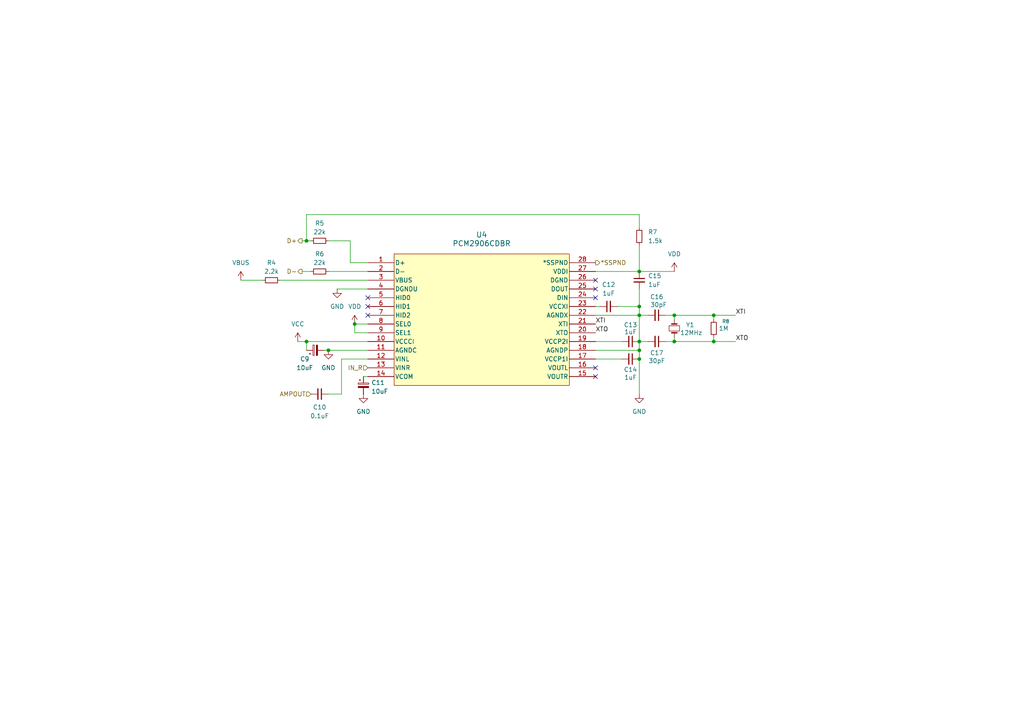
<source format=kicad_sch>
(kicad_sch (version 20250114) (generator "eeschema") (generator_version "9.0")
  (paper "A4")
  (title_block (title "Codec") (date "2025-05-28") (rev "0.3") (company "Maksym Rybalskyi <maxdespairon@gmail.com>"))
  (lib_symbols
    (symbol "Device:C_Polarized_Small" (pin_numbers (hide yes)) (pin_names (offset 0.254) (hide yes))
      (property "Reference" "C" (at 0.254 1.778 0))
      (property "Value" "C_Polarized_Small" (at 0.254 -2.032 0))
      (symbol "C_Polarized_Small_0_1"
        (rectangle (start -1.524 0.6858) (end 1.524 0.3048))
        (rectangle (start -1.524 -0.3048) (end 1.524 -0.6858) (fill (type outline)))
        (polyline (pts (xy -1.27 1.524) (xy -0.762 1.524)))
        (polyline (pts (xy -1.016 1.27) (xy -1.016 1.778)))
      )
      (symbol "C_Polarized_Small_1_1"
        (pin passive line (at 0 2.54 270) (length 1.8542) (name "~") (number "1"))
        (pin passive line (at 0 -2.54 90) (length 1.8542) (name "~") (number "2"))
      )
    )
    (symbol "Device:C_Small" (pin_numbers (hide yes)) (pin_names (offset 0.254) (hide yes))
      (property "Reference" "C" (at 0.254 1.778 0))
      (property "Value" "C_Small" (at 0.254 -2.032 0))
      (symbol "C_Small_0_1"
        (polyline (pts (xy -1.524 0.508) (xy 1.524 0.508)) (stroke (width 0.3048)))
        (polyline (pts (xy -1.524 -0.508) (xy 1.524 -0.508)) (stroke (width 0.3302)))
      )
      (symbol "C_Small_1_1"
        (pin passive line (at 0 2.54 270) (length 2.032) (name "~") (number "1"))
        (pin passive line (at 0 -2.54 90) (length 2.032) (name "~") (number "2"))
      )
    )
    (symbol "Device:Crystal_Small" (pin_numbers (hide yes)) (pin_names (offset 1.016) (hide yes))
      (property "Reference" "Y" (at 0 2.54 0))
      (property "Value" "Crystal_Small" (at 0 -2.54 0))
      (symbol "Crystal_Small_0_1"
        (polyline (pts (xy -1.27 -0.762) (xy -1.27 0.762)) (stroke (width 0.381)))
        (rectangle (start -0.762 -1.524) (end 0.762 1.524))
        (polyline (pts (xy 1.27 -0.762) (xy 1.27 0.762)) (stroke (width 0.381)))
      )
      (symbol "Crystal_Small_1_1"
        (pin passive line (at -2.54 0 0) (length 1.27) (name "1") (number "1"))
        (pin passive line (at 2.54 0 180) (length 1.27) (name "2") (number "2"))
      )
    )
    (symbol "Device:R_Small" (pin_numbers (hide yes)) (pin_names (offset 0.254) (hide yes))
      (property "Reference" "R" (at 0 0 90))
      (property "Value" "R_Small" (at 1.778 0 90))
      (symbol "R_Small_0_1"
        (rectangle (start -0.762 1.778) (end 0.762 -1.778) (stroke (width 0.2032)))
      )
      (symbol "R_Small_1_1"
        (pin passive line (at 0 2.54 270) (length 0.762) (name "~") (number "1"))
        (pin passive line (at 0 -2.54 90) (length 0.762) (name "~") (number "2"))
      )
    )
    (symbol "PCM2906CDBR:PCM2906CDBR" (pin_names (offset 0.254))
      (property "Reference" "U" (at 33.02 10.16 0))
      (property "Value" "PCM2906CDBR" (at 33.02 7.62 0))
      (symbol "PCM2906CDBR_0_1"
        (pin bidirectional line (at 0 0 0) (length 7.62) (name "D+") (number "1"))
        (pin bidirectional line (at 0 -2.54 0) (length 7.62) (name "D-") (number "2"))
        (pin power_in line (at 0 -5.08 0) (length 7.62) (name "VBUS") (number "3"))
        (pin power_in line (at 0 -7.62 0) (length 7.62) (name "DGNDU") (number "4"))
        (pin input line (at 0 -10.16 0) (length 7.62) (name "HID0") (number "5"))
        (pin input line (at 0 -12.7 0) (length 7.62) (name "HID1") (number "6"))
        (pin input line (at 0 -15.24 0) (length 7.62) (name "HID2") (number "7"))
        (pin input line (at 0 -17.78 0) (length 7.62) (name "SEL0") (number "8"))
        (pin input line (at 0 -20.32 0) (length 7.62) (name "SEL1") (number "9"))
        (pin power_in line (at 0 -22.86 0) (length 7.62) (name "VCCCI") (number "10"))
        (pin power_in line (at 0 -25.4 0) (length 7.62) (name "AGNDC") (number "11"))
        (pin input line (at 0 -27.94 0) (length 7.62) (name "VINL") (number "12"))
        (pin input line (at 0 -30.48 0) (length 7.62) (name "VINR") (number "13"))
        (pin power_in line (at 0 -33.02 0) (length 7.62) (name "VCOM") (number "14"))
        (pin output line (at 66.04 0 180) (length 7.62) (name "*SSPND") (number "28"))
        (pin power_in line (at 66.04 -2.54 180) (length 7.62) (name "VDDI") (number "27"))
        (pin power_in line (at 66.04 -5.08 180) (length 7.62) (name "DGND") (number "26"))
        (pin output line (at 66.04 -7.62 180) (length 7.62) (name "DOUT") (number "25"))
        (pin input line (at 66.04 -10.16 180) (length 7.62) (name "DIN") (number "24"))
        (pin power_in line (at 66.04 -12.7 180) (length 7.62) (name "VCCXI") (number "23"))
        (pin power_in line (at 66.04 -15.24 180) (length 7.62) (name "AGNDX") (number "22"))
        (pin input line (at 66.04 -17.78 180) (length 7.62) (name "XTI") (number "21"))
        (pin output line (at 66.04 -20.32 180) (length 7.62) (name "XTO") (number "20"))
        (pin power_in line (at 66.04 -22.86 180) (length 7.62) (name "VCCP2I") (number "19"))
        (pin power_in line (at 66.04 -25.4 180) (length 7.62) (name "AGNDP") (number "18"))
        (pin power_in line (at 66.04 -27.94 180) (length 7.62) (name "VCCP1I") (number "17"))
        (pin output line (at 66.04 -30.48 180) (length 7.62) (name "VOUTL") (number "16"))
        (pin output line (at 66.04 -33.02 180) (length 7.62) (name "VOUTR") (number "15"))
      )
      (symbol "PCM2906CDBR_1_1"
        (rectangle (start 7.62 2.54) (end 58.42 -35.56) (fill (type color) (color 255 255 194 1)))
      )
    )
    (symbol "power:GND" (power) (pin_numbers (hide yes)) (pin_names (offset 0) (hide yes))
      (property "Value" "GND" (at 0 -3.81 0))
      (symbol "GND_0_1"
        (polyline (pts (xy 0 0) (xy 0 -1.27) (xy 1.27 -1.27) (xy 0 -2.54) (xy -1.27 -1.27) (xy 0 -1.27)))
      )
      (symbol "GND_1_1"
        (pin power_in line (at 0 0 270) (length 0) (name "~") (number "1"))
      )
    )
    (symbol "power:VBUS" (power) (pin_numbers (hide yes)) (pin_names (offset 0) (hide yes))
      (property "Value" "VBUS" (at 0 3.556 0))
      (symbol "VBUS_0_1"
        (polyline (pts (xy -0.762 1.27) (xy 0 2.54)))
        (polyline (pts (xy 0 2.54) (xy 0.762 1.27)))
        (polyline (pts (xy 0 0) (xy 0 2.54)))
      )
      (symbol "VBUS_1_1"
        (pin power_in line (at 0 0 90) (length 0) (name "~") (number "1"))
      )
    )
    (symbol "power:VCC" (power) (pin_numbers (hide yes)) (pin_names (offset 0) (hide yes))
      (property "Value" "VCC" (at 0 3.556 0))
      (symbol "VCC_0_1"
        (polyline (pts (xy -0.762 1.27) (xy 0 2.54)))
        (polyline (pts (xy 0 2.54) (xy 0.762 1.27)))
        (polyline (pts (xy 0 0) (xy 0 2.54)))
      )
      (symbol "VCC_1_1"
        (pin power_in line (at 0 0 90) (length 0) (name "~") (number "1"))
      )
    )
    (symbol "power:VDD" (power) (pin_numbers (hide yes)) (pin_names (offset 0) (hide yes))
      (property "Value" "VDD" (at 0 3.556 0))
      (symbol "VDD_0_1"
        (polyline (pts (xy -0.762 1.27) (xy 0 2.54)))
        (polyline (pts (xy 0 2.54) (xy 0.762 1.27)))
        (polyline (pts (xy 0 0) (xy 0 2.54)))
      )
      (symbol "VDD_1_1"
        (pin power_in line (at 0 0 90) (length 0) (name "~") (number "1"))
      )
    )
  )
  (junction (at 185.42 104.14))
  (junction (at 185.42 101.6))
  (junction (at 185.42 88.9))
  (junction (at 102.87 93.98))
  (junction (at 195.58 99.06))
  (junction (at 185.42 99.06))
  (junction (at 207.01 99.06))
  (junction (at 185.42 78.74))
  (junction (at 185.42 91.44))
  (junction (at 207.01 91.44))
  (junction (at 88.9 69.85))
  (junction (at 88.9 99.06))
  (junction (at 195.58 91.44))
  (junction (at 95.25 101.6))
  (no_connect (at 172.72 86.36))
  (no_connect (at 172.72 106.68))
  (no_connect (at 106.68 88.9))
  (no_connect (at 172.72 81.28))
  (no_connect (at 106.68 86.36))
  (no_connect (at 172.72 83.82))
  (no_connect (at 172.72 109.22))
  (no_connect (at 106.68 91.44))
  (wire (pts (xy 106.68 96.52) (xy 102.87 96.52)))
  (wire (pts (xy 207.01 97.79) (xy 207.01 99.06)))
  (wire (pts (xy 87.63 78.74) (xy 90.17 78.74)))
  (wire (pts (xy 185.42 62.23) (xy 88.9 62.23)))
  (wire (pts (xy 185.42 71.12) (xy 185.42 78.74)))
  (wire (pts (xy 185.42 62.23) (xy 185.42 66.04)))
  (wire (pts (xy 106.68 104.14) (xy 99.06 104.14)))
  (wire (pts (xy 185.42 99.06) (xy 185.42 101.6)))
  (wire (pts (xy 207.01 99.06) (xy 213.36 99.06)))
  (wire (pts (xy 195.58 91.44) (xy 195.58 92.71)))
  (wire (pts (xy 185.42 91.44) (xy 187.96 91.44)))
  (wire (pts (xy 102.87 96.52) (xy 102.87 93.98)))
  (wire (pts (xy 101.6 76.2) (xy 101.6 69.85)))
  (wire (pts (xy 99.06 104.14) (xy 99.06 114.3)))
  (wire (pts (xy 97.79 83.82) (xy 106.68 83.82)))
  (wire (pts (xy 87.63 69.85) (xy 88.9 69.85)))
  (wire (pts (xy 172.72 104.14) (xy 180.34 104.14)))
  (wire (pts (xy 185.42 101.6) (xy 185.42 104.14)))
  (wire (pts (xy 93.98 101.6) (xy 95.25 101.6)))
  (wire (pts (xy 88.9 62.23) (xy 88.9 69.85)))
  (wire (pts (xy 172.72 78.74) (xy 185.42 78.74)))
  (wire (pts (xy 95.25 114.3) (xy 99.06 114.3)))
  (wire (pts (xy 69.85 81.28) (xy 76.2 81.28)))
  (wire (pts (xy 207.01 91.44) (xy 207.01 92.71)))
  (wire (pts (xy 105.41 109.22) (xy 106.68 109.22)))
  (wire (pts (xy 81.28 81.28) (xy 106.68 81.28)))
  (wire (pts (xy 88.9 69.85) (xy 90.17 69.85)))
  (wire (pts (xy 86.36 99.06) (xy 88.9 99.06)))
  (wire (pts (xy 195.58 97.79) (xy 195.58 99.06)))
  (wire (pts (xy 195.58 91.44) (xy 193.04 91.44)))
  (wire (pts (xy 88.9 99.06) (xy 88.9 101.6)))
  (wire (pts (xy 95.25 101.6) (xy 106.68 101.6)))
  (wire (pts (xy 179.07 88.9) (xy 185.42 88.9)))
  (wire (pts (xy 102.87 93.98) (xy 106.68 93.98)))
  (wire (pts (xy 95.25 69.85) (xy 101.6 69.85)))
  (wire (pts (xy 185.42 78.74) (xy 195.58 78.74)))
  (wire (pts (xy 185.42 104.14) (xy 185.42 114.3)))
  (wire (pts (xy 173.99 88.9) (xy 172.72 88.9)))
  (wire (pts (xy 185.42 88.9) (xy 185.42 91.44)))
  (wire (pts (xy 193.04 99.06) (xy 195.58 99.06)))
  (wire (pts (xy 195.58 99.06) (xy 207.01 99.06)))
  (wire (pts (xy 106.68 76.2) (xy 101.6 76.2)))
  (wire (pts (xy 172.72 99.06) (xy 180.34 99.06)))
  (wire (pts (xy 185.42 83.82) (xy 185.42 88.9)))
  (wire (pts (xy 172.72 91.44) (xy 185.42 91.44)))
  (wire (pts (xy 185.42 99.06) (xy 187.96 99.06)))
  (wire (pts (xy 207.01 91.44) (xy 213.36 91.44)))
  (wire (pts (xy 172.72 101.6) (xy 185.42 101.6)))
  (wire (pts (xy 95.25 78.74) (xy 106.68 78.74)))
  (wire (pts (xy 88.9 99.06) (xy 106.68 99.06)))
  (wire (pts (xy 207.01 91.44) (xy 195.58 91.44)))
  (wire (pts (xy 185.42 91.44) (xy 185.42 99.06)))
  (label "XTO" (at 172.72 96.52 0))
  (label "XTO" (at 213.36 99.06 0))
  (label "XTI" (at 172.72 93.98 0))
  (label "XTI" (at 213.36 91.44 0))
  (hierarchical_label "*SSPND" (shape output) (at 172.72 76.2 0))
  (hierarchical_label "IN_R" (shape input) (at 106.68 106.68 180))
  (hierarchical_label "AMPOUT" (shape input) (at 90.17 114.3 180))
  (hierarchical_label "D-" (shape output) (at 87.63 78.74 180))
  (hierarchical_label "D+" (shape output) (at 87.63 69.85 180))
  (symbol (lib_id "Device:R_Small") (at 92.71 78.74 90) (unit 1)
    (property "Reference" "R6" (at 92.71 73.66 90))
    (property "Value" "22k" (at 92.71 76.2 90))
    (property "Footprint" "Resistor_SMD:R_0603_1608Metric_Pad0.98x0.95mm_HandSolder" (effects (hide yes)))
    (property "Description" "Resistor, small symbol" (effects (hide yes)))
  )
  (symbol (lib_id "PCM2906CDBR:PCM2906CDBR") (at 106.68 76.2 0) (unit 1)
    (property "Reference" "U4" (at 139.7 68.072 0) (effects (font (size 1.524 1.524))))
    (property "Value" "PCM2906CDBR" (at 139.7 70.612 0) (effects (font (size 1.524 1.524))))
    (property "Footprint" "PCM2906CDBR:DB28_TEX" (effects (hide yes)))
    (property "Datasheet" "PCM2906CDBR" (effects (hide yes)))
  )
  (symbol (lib_id "Device:C_Small") (at 182.88 99.06 270) (unit 1)
    (property "Reference" "C13" (at 182.88 94.234 90))
    (property "Value" "1uF" (at 182.88 96.266 90))
    (property "Footprint" "Capacitor_SMD:C_0603_1608Metric_Pad1.08x0.95mm_HandSolder" (effects (hide yes)))
    (property "Description" "Unpolarized capacitor, small symbol" (effects (hide yes)))
  )
  (symbol (lib_id "Device:C_Polarized_Small") (at 91.44 101.6 90) (unit 1)
    (property "Reference" "C9" (at 88.392 104.14 90))
    (property "Value" "10uF" (at 88.392 106.68 90))
    (property "Footprint" "Capacitor_Tantalum_SMD:CP_EIA-3216-10_Kemet-I_HandSolder" (effects (hide yes)))
    (property "Description" "Polarized capacitor, small symbol" (effects (hide yes)))
  )
  (symbol (lib_id "power:VDD") (at 102.87 93.98 0) (unit 1)
    (property "Reference" "#PWR015" (effects (hide yes)))
    (property "Value" "VDD" (at 102.87 88.9 0))
    (property "Description" "Power symbol creates a global label with name \"VDD\"" (effects (hide yes)))
  )
  (symbol (lib_id "Device:Crystal_Small") (at 195.58 95.25 270) (unit 1)
    (property "Reference" "Y1" (at 201.422 94.234 90) (effects (justify right)))
    (property "Value" "12MHz" (at 203.708 96.52 90) (effects (justify right)))
    (property "Footprint" "Crystal:Crystal_HC49-4H_Vertical" (effects (hide yes)))
    (property "Description" "Two pin crystal, small symbol" (effects (hide yes)))
  )
  (symbol (lib_id "power:GND") (at 105.41 114.3 0) (unit 1)
    (property "Reference" "#PWR016" (effects (hide yes)))
    (property "Value" "GND" (at 105.41 119.38 0))
    (property "Description" "Power symbol creates a global label with name \"GND\" , ground" (effects (hide yes)))
  )
  (symbol (lib_id "Device:R_Small") (at 92.71 69.85 90) (unit 1)
    (property "Reference" "R5" (at 92.71 64.77 90))
    (property "Value" "22k" (at 92.71 67.31 90))
    (property "Footprint" "Resistor_SMD:R_0603_1608Metric_Pad0.98x0.95mm_HandSolder" (effects (hide yes)))
    (property "Description" "Resistor, small symbol" (effects (hide yes)))
  )
  (symbol (lib_id "power:GND") (at 185.42 114.3 0) (unit 1)
    (property "Reference" "#PWR017" (effects (hide yes)))
    (property "Value" "GND" (at 185.42 119.38 0))
    (property "Description" "Power symbol creates a global label with name \"GND\" , ground" (effects (hide yes)))
  )
  (symbol (lib_id "Device:C_Small") (at 185.42 81.28 0) (unit 1)
    (property "Reference" "C15" (at 187.96 80.0162 0) (effects (justify left)))
    (property "Value" "1uF" (at 187.96 82.5562 0) (effects (justify left)))
    (property "Footprint" "Capacitor_SMD:C_0603_1608Metric_Pad1.08x0.95mm_HandSolder" (effects (hide yes)))
    (property "Description" "Unpolarized capacitor, small symbol" (effects (hide yes)))
  )
  (symbol (lib_id "Device:R_Small") (at 207.01 95.25 180) (unit 1)
    (property "Reference" "R8" (at 211.582 93.218 0) (effects (font (size 1.016 1.016)) (justify left)))
    (property "Value" "1M" (at 211.328 95.25 0) (effects (justify left)))
    (property "Footprint" "Resistor_SMD:R_0603_1608Metric_Pad0.98x0.95mm_HandSolder" (effects (hide yes)))
    (property "Description" "Resistor, small symbol" (effects (hide yes)))
  )
  (symbol (lib_id "Device:C_Small") (at 190.5 99.06 270) (unit 1)
    (property "Reference" "C17" (at 190.5 102.362 90))
    (property "Value" "30pF" (at 190.5 104.648 90))
    (property "Footprint" "Capacitor_SMD:C_0603_1608Metric_Pad1.08x0.95mm_HandSolder" (effects (hide yes)))
    (property "Description" "Unpolarized capacitor, small symbol" (effects (hide yes)))
  )
  (symbol (lib_id "Device:C_Small") (at 92.71 114.3 270) (unit 1)
    (property "Reference" "C10" (at 92.71 118.11 90))
    (property "Value" "0.1uF" (at 92.71 120.65 90))
    (property "Footprint" "Capacitor_SMD:C_0603_1608Metric_Pad1.08x0.95mm_HandSolder" (effects (hide yes)))
    (property "Description" "Unpolarized capacitor, small symbol" (effects (hide yes)))
  )
  (symbol (lib_id "Device:R_Small") (at 185.42 68.58 180) (unit 1)
    (property "Reference" "R7" (at 187.96 67.3099 0) (effects (justify right)))
    (property "Value" "1.5k" (at 187.96 69.8499 0) (effects (justify right)))
    (property "Footprint" "Resistor_SMD:R_0603_1608Metric_Pad0.98x0.95mm_HandSolder" (effects (hide yes)))
    (property "Description" "Resistor, small symbol" (effects (hide yes)))
  )
  (symbol (lib_id "power:GND") (at 95.25 101.6 0) (unit 1)
    (property "Reference" "#PWR013" (effects (hide yes)))
    (property "Value" "GND" (at 95.25 106.68 0))
    (property "Description" "Power symbol creates a global label with name \"GND\" , ground" (effects (hide yes)))
  )
  (symbol (lib_id "Device:C_Small") (at 182.88 104.14 270) (unit 1)
    (property "Reference" "C14" (at 182.88 107.188 90))
    (property "Value" "1uF" (at 182.88 109.474 90))
    (property "Footprint" "Capacitor_SMD:C_0603_1608Metric_Pad1.08x0.95mm_HandSolder" (effects (hide yes)))
    (property "Description" "Unpolarized capacitor, small symbol" (effects (hide yes)))
  )
  (symbol (lib_id "power:VBUS") (at 69.85 81.28 0) (unit 1)
    (property "Reference" "#PWR011" (effects (hide yes)))
    (property "Value" "VBUS" (at 69.85 76.2 0))
    (property "Description" "Power symbol creates a global label with name \"VBUS\"" (effects (hide yes)))
  )
  (symbol (lib_id "Device:C_Small") (at 176.53 88.9 90) (unit 1)
    (property "Reference" "C12" (at 176.5363 82.55 90))
    (property "Value" "1uF" (at 176.5363 85.09 90))
    (property "Footprint" "Capacitor_SMD:C_0603_1608Metric_Pad1.08x0.95mm_HandSolder" (effects (hide yes)))
    (property "Description" "Unpolarized capacitor, small symbol" (effects (hide yes)))
  )
  (symbol (lib_id "power:VCC") (at 86.36 99.06 0) (unit 1)
    (property "Reference" "#PWR012" (effects (hide yes)))
    (property "Value" "VCC" (at 86.36 93.98 0))
    (property "Description" "Power symbol creates a global label with name \"VCC\"" (effects (hide yes)))
  )
  (symbol (lib_id "Device:C_Polarized_Small") (at 105.41 111.76 0) (unit 1)
    (property "Reference" "C11" (at 107.696 110.998 0) (effects (justify left)))
    (property "Value" "10uF" (at 107.696 113.538 0) (effects (justify left)))
    (property "Footprint" "Capacitor_Tantalum_SMD:CP_EIA-3216-10_Kemet-I_HandSolder" (effects (hide yes)))
    (property "Description" "Polarized capacitor, small symbol" (effects (hide yes)))
  )
  (symbol (lib_id "Device:R_Small") (at 78.74 81.28 90) (unit 1)
    (property "Reference" "R4" (at 78.74 76.2 90))
    (property "Value" "2.2k" (at 78.74 78.74 90))
    (property "Footprint" "Resistor_SMD:R_0603_1608Metric_Pad0.98x0.95mm_HandSolder" (effects (hide yes)))
    (property "Description" "Resistor, small symbol" (effects (hide yes)))
  )
  (symbol (lib_id "Device:C_Small") (at 190.5 91.44 270) (unit 1)
    (property "Reference" "C16" (at 190.5 86.106 90))
    (property "Value" "30pF" (at 191.008 88.392 90))
    (property "Footprint" "Capacitor_SMD:C_0603_1608Metric_Pad1.08x0.95mm_HandSolder" (effects (hide yes)))
    (property "Description" "Unpolarized capacitor, small symbol" (effects (hide yes)))
  )
  (symbol (lib_id "power:VDD") (at 195.58 78.74 0) (unit 1)
    (property "Reference" "#PWR018" (effects (hide yes)))
    (property "Value" "VDD" (at 195.58 73.66 0))
    (property "Description" "Power symbol creates a global label with name \"VDD\"" (effects (hide yes)))
  )
  (symbol (lib_id "power:GND") (at 97.79 83.82 0) (unit 1)
    (property "Reference" "#PWR014" (effects (hide yes)))
    (property "Value" "GND" (at 97.79 88.9 0))
    (property "Description" "Power symbol creates a global label with name \"GND\" , ground" (effects (hide yes)))
  )
)
</source>
